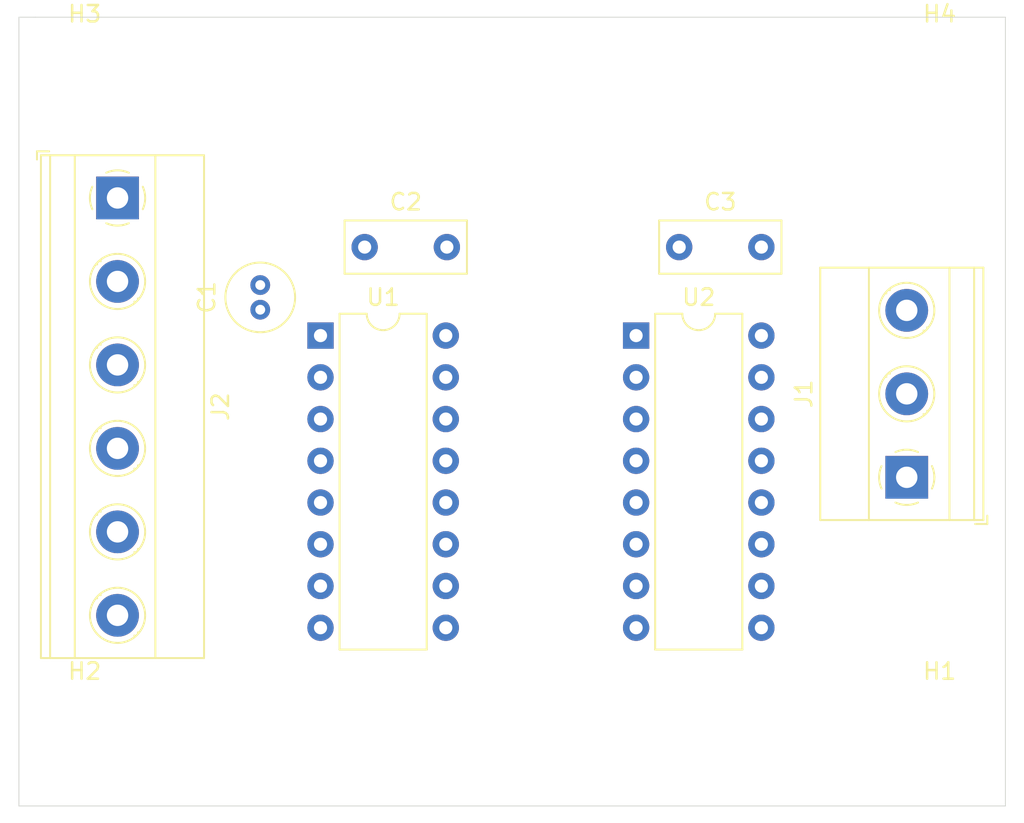
<source format=kicad_pcb>
(kicad_pcb (version 20171130) (host pcbnew "(5.1.9)-1")

  (general
    (thickness 1.6)
    (drawings 5)
    (tracks 0)
    (zones 0)
    (modules 11)
    (nets 1)
  )

  (page A4)
  (layers
    (0 F.Cu signal)
    (31 B.Cu signal)
    (32 B.Adhes user)
    (33 F.Adhes user)
    (34 B.Paste user)
    (35 F.Paste user)
    (36 B.SilkS user)
    (37 F.SilkS user)
    (38 B.Mask user)
    (39 F.Mask user)
    (40 Dwgs.User user)
    (41 Cmts.User user)
    (42 Eco1.User user)
    (43 Eco2.User user)
    (44 Edge.Cuts user)
    (45 Margin user)
    (46 B.CrtYd user)
    (47 F.CrtYd user)
    (48 B.Fab user)
    (49 F.Fab user)
  )

  (setup
    (last_trace_width 0.25)
    (trace_clearance 0.2)
    (zone_clearance 0.508)
    (zone_45_only no)
    (trace_min 0.2)
    (via_size 0.8)
    (via_drill 0.4)
    (via_min_size 0.4)
    (via_min_drill 0.3)
    (uvia_size 0.3)
    (uvia_drill 0.1)
    (uvias_allowed no)
    (uvia_min_size 0.2)
    (uvia_min_drill 0.1)
    (edge_width 0.05)
    (segment_width 0.2)
    (pcb_text_width 0.3)
    (pcb_text_size 1.5 1.5)
    (mod_edge_width 0.12)
    (mod_text_size 1 1)
    (mod_text_width 0.15)
    (pad_size 1.524 1.524)
    (pad_drill 0.762)
    (pad_to_mask_clearance 0)
    (aux_axis_origin 0 0)
    (visible_elements 7FFFFFFF)
    (pcbplotparams
      (layerselection 0x010fc_ffffffff)
      (usegerberextensions false)
      (usegerberattributes true)
      (usegerberadvancedattributes true)
      (creategerberjobfile true)
      (excludeedgelayer true)
      (linewidth 0.100000)
      (plotframeref false)
      (viasonmask false)
      (mode 1)
      (useauxorigin false)
      (hpglpennumber 1)
      (hpglpenspeed 20)
      (hpglpendiameter 15.000000)
      (psnegative false)
      (psa4output false)
      (plotreference true)
      (plotvalue true)
      (plotinvisibletext false)
      (padsonsilk false)
      (subtractmaskfromsilk false)
      (outputformat 1)
      (mirror false)
      (drillshape 1)
      (scaleselection 1)
      (outputdirectory ""))
  )

  (net 0 "")

  (net_class Default "This is the default net class."
    (clearance 0.2)
    (trace_width 0.25)
    (via_dia 0.8)
    (via_drill 0.4)
    (uvia_dia 0.3)
    (uvia_drill 0.1)
  )

  (module MountingHole:MountingHole_3.2mm_M3 (layer F.Cu) (tedit 56D1B4CB) (tstamp 60185195)
    (at 96 77)
    (descr "Mounting Hole 3.2mm, no annular, M3")
    (tags "mounting hole 3.2mm no annular m3")
    (path /60185B85)
    (attr virtual)
    (fp_text reference H2 (at 0 -4.2) (layer F.SilkS)
      (effects (font (size 1 1) (thickness 0.15)))
    )
    (fp_text value MountingHole (at 0 4.2) (layer F.Fab)
      (effects (font (size 1 1) (thickness 0.15)))
    )
    (fp_text user %R (at 0.3 0) (layer F.Fab)
      (effects (font (size 1 1) (thickness 0.15)))
    )
    (fp_circle (center 0 0) (end 3.2 0) (layer Cmts.User) (width 0.15))
    (fp_circle (center 0 0) (end 3.45 0) (layer F.CrtYd) (width 0.05))
    (pad 1 np_thru_hole circle (at 0 0) (size 3.2 3.2) (drill 3.2) (layers *.Cu *.Mask))
  )

  (module Capacitor_THT:C_Radial_D4.0mm_H7.0mm_P1.50mm (layer F.Cu) (tedit 5BC5C9B9) (tstamp 600FC68F)
    (at 106.68 50.8 90)
    (descr "C, Radial series, Radial, pin pitch=1.50mm, diameter=4mm, height=7mm, Non-Polar Electrolytic Capacitor")
    (tags "C Radial series Radial pin pitch 1.50mm diameter 4mm height 7mm Non-Polar Electrolytic Capacitor")
    (path /60117679)
    (fp_text reference C1 (at 0.75 -3.25 90) (layer F.SilkS)
      (effects (font (size 1 1) (thickness 0.15)))
    )
    (fp_text value CAP (at 0.75 3.25 90) (layer F.Fab)
      (effects (font (size 1 1) (thickness 0.15)))
    )
    (fp_circle (center 0.75 0) (end 2.75 0) (layer F.Fab) (width 0.1))
    (fp_circle (center 0.75 0) (end 2.87 0) (layer F.SilkS) (width 0.12))
    (fp_circle (center 0.75 0) (end 3 0) (layer F.CrtYd) (width 0.05))
    (fp_text user %R (at 0.75 0 90) (layer F.Fab)
      (effects (font (size 0.8 0.8) (thickness 0.12)))
    )
    (pad 1 thru_hole circle (at 0 0 90) (size 1.2 1.2) (drill 0.6) (layers *.Cu *.Mask))
    (pad 2 thru_hole circle (at 1.5 0 90) (size 1.2 1.2) (drill 0.6) (layers *.Cu *.Mask))
    (model ${KISYS3DMOD}/Capacitor_THT.3dshapes/C_Radial_D4.0mm_H7.0mm_P1.50mm.wrl
      (at (xyz 0 0 0))
      (scale (xyz 1 1 1))
      (rotate (xyz 0 0 0))
    )
  )

  (module Capacitor_THT:C_Rect_L7.2mm_W3.0mm_P5.00mm_FKS2_FKP2_MKS2_MKP2 (layer F.Cu) (tedit 5AE50EF0) (tstamp 600FC6A2)
    (at 113.03 46.99)
    (descr "C, Rect series, Radial, pin pitch=5.00mm, , length*width=7.2*3.0mm^2, Capacitor, http://www.wima.com/EN/WIMA_FKS_2.pdf")
    (tags "C Rect series Radial pin pitch 5.00mm  length 7.2mm width 3.0mm Capacitor")
    (path /60118DCB)
    (fp_text reference C2 (at 2.5 -2.75) (layer F.SilkS)
      (effects (font (size 1 1) (thickness 0.15)))
    )
    (fp_text value CAP (at 2.5 2.75) (layer F.Fab)
      (effects (font (size 1 1) (thickness 0.15)))
    )
    (fp_line (start -1.1 -1.5) (end -1.1 1.5) (layer F.Fab) (width 0.1))
    (fp_line (start -1.1 1.5) (end 6.1 1.5) (layer F.Fab) (width 0.1))
    (fp_line (start 6.1 1.5) (end 6.1 -1.5) (layer F.Fab) (width 0.1))
    (fp_line (start 6.1 -1.5) (end -1.1 -1.5) (layer F.Fab) (width 0.1))
    (fp_line (start -1.22 -1.62) (end 6.22 -1.62) (layer F.SilkS) (width 0.12))
    (fp_line (start -1.22 1.62) (end 6.22 1.62) (layer F.SilkS) (width 0.12))
    (fp_line (start -1.22 -1.62) (end -1.22 1.62) (layer F.SilkS) (width 0.12))
    (fp_line (start 6.22 -1.62) (end 6.22 1.62) (layer F.SilkS) (width 0.12))
    (fp_line (start -1.35 -1.75) (end -1.35 1.75) (layer F.CrtYd) (width 0.05))
    (fp_line (start -1.35 1.75) (end 6.35 1.75) (layer F.CrtYd) (width 0.05))
    (fp_line (start 6.35 1.75) (end 6.35 -1.75) (layer F.CrtYd) (width 0.05))
    (fp_line (start 6.35 -1.75) (end -1.35 -1.75) (layer F.CrtYd) (width 0.05))
    (fp_text user %R (at 2.5 0) (layer F.Fab)
      (effects (font (size 1 1) (thickness 0.15)))
    )
    (pad 1 thru_hole circle (at 0 0) (size 1.6 1.6) (drill 0.8) (layers *.Cu *.Mask))
    (pad 2 thru_hole circle (at 5 0) (size 1.6 1.6) (drill 0.8) (layers *.Cu *.Mask))
    (model ${KISYS3DMOD}/Capacitor_THT.3dshapes/C_Rect_L7.2mm_W3.0mm_P5.00mm_FKS2_FKP2_MKS2_MKP2.wrl
      (at (xyz 0 0 0))
      (scale (xyz 1 1 1))
      (rotate (xyz 0 0 0))
    )
  )

  (module Capacitor_THT:C_Rect_L7.2mm_W3.0mm_P5.00mm_FKS2_FKP2_MKS2_MKP2 (layer F.Cu) (tedit 5AE50EF0) (tstamp 600FC6B5)
    (at 132.16 46.99)
    (descr "C, Rect series, Radial, pin pitch=5.00mm, , length*width=7.2*3.0mm^2, Capacitor, http://www.wima.com/EN/WIMA_FKS_2.pdf")
    (tags "C Rect series Radial pin pitch 5.00mm  length 7.2mm width 3.0mm Capacitor")
    (path /60118FD5)
    (fp_text reference C3 (at 2.5 -2.75) (layer F.SilkS)
      (effects (font (size 1 1) (thickness 0.15)))
    )
    (fp_text value CAP (at 2.5 2.75) (layer F.Fab)
      (effects (font (size 1 1) (thickness 0.15)))
    )
    (fp_line (start 6.35 -1.75) (end -1.35 -1.75) (layer F.CrtYd) (width 0.05))
    (fp_line (start 6.35 1.75) (end 6.35 -1.75) (layer F.CrtYd) (width 0.05))
    (fp_line (start -1.35 1.75) (end 6.35 1.75) (layer F.CrtYd) (width 0.05))
    (fp_line (start -1.35 -1.75) (end -1.35 1.75) (layer F.CrtYd) (width 0.05))
    (fp_line (start 6.22 -1.62) (end 6.22 1.62) (layer F.SilkS) (width 0.12))
    (fp_line (start -1.22 -1.62) (end -1.22 1.62) (layer F.SilkS) (width 0.12))
    (fp_line (start -1.22 1.62) (end 6.22 1.62) (layer F.SilkS) (width 0.12))
    (fp_line (start -1.22 -1.62) (end 6.22 -1.62) (layer F.SilkS) (width 0.12))
    (fp_line (start 6.1 -1.5) (end -1.1 -1.5) (layer F.Fab) (width 0.1))
    (fp_line (start 6.1 1.5) (end 6.1 -1.5) (layer F.Fab) (width 0.1))
    (fp_line (start -1.1 1.5) (end 6.1 1.5) (layer F.Fab) (width 0.1))
    (fp_line (start -1.1 -1.5) (end -1.1 1.5) (layer F.Fab) (width 0.1))
    (fp_text user %R (at 2.5 0) (layer F.Fab)
      (effects (font (size 1 1) (thickness 0.15)))
    )
    (pad 2 thru_hole circle (at 5 0) (size 1.6 1.6) (drill 0.8) (layers *.Cu *.Mask))
    (pad 1 thru_hole circle (at 0 0) (size 1.6 1.6) (drill 0.8) (layers *.Cu *.Mask))
    (model ${KISYS3DMOD}/Capacitor_THT.3dshapes/C_Rect_L7.2mm_W3.0mm_P5.00mm_FKS2_FKP2_MKS2_MKP2.wrl
      (at (xyz 0 0 0))
      (scale (xyz 1 1 1))
      (rotate (xyz 0 0 0))
    )
  )

  (module Package_DIP:DIP-16_W7.62mm (layer F.Cu) (tedit 5A02E8C5) (tstamp 600FC72F)
    (at 110.345001 52.375001)
    (descr "16-lead though-hole mounted DIP package, row spacing 7.62 mm (300 mils)")
    (tags "THT DIP DIL PDIP 2.54mm 7.62mm 300mil")
    (path /60114B69)
    (fp_text reference U1 (at 3.81 -2.33) (layer F.SilkS)
      (effects (font (size 1 1) (thickness 0.15)))
    )
    (fp_text value 74HCT137 (at 3.81 20.11) (layer F.Fab)
      (effects (font (size 1 1) (thickness 0.15)))
    )
    (fp_line (start 1.635 -1.27) (end 6.985 -1.27) (layer F.Fab) (width 0.1))
    (fp_line (start 6.985 -1.27) (end 6.985 19.05) (layer F.Fab) (width 0.1))
    (fp_line (start 6.985 19.05) (end 0.635 19.05) (layer F.Fab) (width 0.1))
    (fp_line (start 0.635 19.05) (end 0.635 -0.27) (layer F.Fab) (width 0.1))
    (fp_line (start 0.635 -0.27) (end 1.635 -1.27) (layer F.Fab) (width 0.1))
    (fp_line (start 2.81 -1.33) (end 1.16 -1.33) (layer F.SilkS) (width 0.12))
    (fp_line (start 1.16 -1.33) (end 1.16 19.11) (layer F.SilkS) (width 0.12))
    (fp_line (start 1.16 19.11) (end 6.46 19.11) (layer F.SilkS) (width 0.12))
    (fp_line (start 6.46 19.11) (end 6.46 -1.33) (layer F.SilkS) (width 0.12))
    (fp_line (start 6.46 -1.33) (end 4.81 -1.33) (layer F.SilkS) (width 0.12))
    (fp_line (start -1.1 -1.55) (end -1.1 19.3) (layer F.CrtYd) (width 0.05))
    (fp_line (start -1.1 19.3) (end 8.7 19.3) (layer F.CrtYd) (width 0.05))
    (fp_line (start 8.7 19.3) (end 8.7 -1.55) (layer F.CrtYd) (width 0.05))
    (fp_line (start 8.7 -1.55) (end -1.1 -1.55) (layer F.CrtYd) (width 0.05))
    (fp_arc (start 3.81 -1.33) (end 2.81 -1.33) (angle -180) (layer F.SilkS) (width 0.12))
    (fp_text user %R (at 3.81 8.89) (layer F.Fab)
      (effects (font (size 1 1) (thickness 0.15)))
    )
    (pad 1 thru_hole rect (at 0 0) (size 1.6 1.6) (drill 0.8) (layers *.Cu *.Mask))
    (pad 9 thru_hole oval (at 7.62 17.78) (size 1.6 1.6) (drill 0.8) (layers *.Cu *.Mask))
    (pad 2 thru_hole oval (at 0 2.54) (size 1.6 1.6) (drill 0.8) (layers *.Cu *.Mask))
    (pad 10 thru_hole oval (at 7.62 15.24) (size 1.6 1.6) (drill 0.8) (layers *.Cu *.Mask))
    (pad 3 thru_hole oval (at 0 5.08) (size 1.6 1.6) (drill 0.8) (layers *.Cu *.Mask))
    (pad 11 thru_hole oval (at 7.62 12.7) (size 1.6 1.6) (drill 0.8) (layers *.Cu *.Mask))
    (pad 4 thru_hole oval (at 0 7.62) (size 1.6 1.6) (drill 0.8) (layers *.Cu *.Mask))
    (pad 12 thru_hole oval (at 7.62 10.16) (size 1.6 1.6) (drill 0.8) (layers *.Cu *.Mask))
    (pad 5 thru_hole oval (at 0 10.16) (size 1.6 1.6) (drill 0.8) (layers *.Cu *.Mask))
    (pad 13 thru_hole oval (at 7.62 7.62) (size 1.6 1.6) (drill 0.8) (layers *.Cu *.Mask))
    (pad 6 thru_hole oval (at 0 12.7) (size 1.6 1.6) (drill 0.8) (layers *.Cu *.Mask))
    (pad 14 thru_hole oval (at 7.62 5.08) (size 1.6 1.6) (drill 0.8) (layers *.Cu *.Mask))
    (pad 7 thru_hole oval (at 0 15.24) (size 1.6 1.6) (drill 0.8) (layers *.Cu *.Mask))
    (pad 15 thru_hole oval (at 7.62 2.54) (size 1.6 1.6) (drill 0.8) (layers *.Cu *.Mask))
    (pad 8 thru_hole oval (at 0 17.78) (size 1.6 1.6) (drill 0.8) (layers *.Cu *.Mask))
    (pad 16 thru_hole oval (at 7.62 0) (size 1.6 1.6) (drill 0.8) (layers *.Cu *.Mask))
    (model ${KISYS3DMOD}/Package_DIP.3dshapes/DIP-16_W7.62mm.wrl
      (at (xyz 0 0 0))
      (scale (xyz 1 1 1))
      (rotate (xyz 0 0 0))
    )
  )

  (module Package_DIP:DIP-16_W7.62mm (layer F.Cu) (tedit 5A02E8C5) (tstamp 600FC753)
    (at 129.54 52.375001)
    (descr "16-lead though-hole mounted DIP package, row spacing 7.62 mm (300 mils)")
    (tags "THT DIP DIL PDIP 2.54mm 7.62mm 300mil")
    (path /60117436)
    (fp_text reference U2 (at 3.81 -2.33) (layer F.SilkS)
      (effects (font (size 1 1) (thickness 0.15)))
    )
    (fp_text value 74HCT137 (at 3.81 20.11) (layer F.Fab)
      (effects (font (size 1 1) (thickness 0.15)))
    )
    (fp_line (start 8.7 -1.55) (end -1.1 -1.55) (layer F.CrtYd) (width 0.05))
    (fp_line (start 8.7 19.3) (end 8.7 -1.55) (layer F.CrtYd) (width 0.05))
    (fp_line (start -1.1 19.3) (end 8.7 19.3) (layer F.CrtYd) (width 0.05))
    (fp_line (start -1.1 -1.55) (end -1.1 19.3) (layer F.CrtYd) (width 0.05))
    (fp_line (start 6.46 -1.33) (end 4.81 -1.33) (layer F.SilkS) (width 0.12))
    (fp_line (start 6.46 19.11) (end 6.46 -1.33) (layer F.SilkS) (width 0.12))
    (fp_line (start 1.16 19.11) (end 6.46 19.11) (layer F.SilkS) (width 0.12))
    (fp_line (start 1.16 -1.33) (end 1.16 19.11) (layer F.SilkS) (width 0.12))
    (fp_line (start 2.81 -1.33) (end 1.16 -1.33) (layer F.SilkS) (width 0.12))
    (fp_line (start 0.635 -0.27) (end 1.635 -1.27) (layer F.Fab) (width 0.1))
    (fp_line (start 0.635 19.05) (end 0.635 -0.27) (layer F.Fab) (width 0.1))
    (fp_line (start 6.985 19.05) (end 0.635 19.05) (layer F.Fab) (width 0.1))
    (fp_line (start 6.985 -1.27) (end 6.985 19.05) (layer F.Fab) (width 0.1))
    (fp_line (start 1.635 -1.27) (end 6.985 -1.27) (layer F.Fab) (width 0.1))
    (fp_text user %R (at 3.81 8.89) (layer F.Fab)
      (effects (font (size 1 1) (thickness 0.15)))
    )
    (fp_arc (start 3.81 -1.33) (end 2.81 -1.33) (angle -180) (layer F.SilkS) (width 0.12))
    (pad 16 thru_hole oval (at 7.62 0) (size 1.6 1.6) (drill 0.8) (layers *.Cu *.Mask))
    (pad 8 thru_hole oval (at 0 17.78) (size 1.6 1.6) (drill 0.8) (layers *.Cu *.Mask))
    (pad 15 thru_hole oval (at 7.62 2.54) (size 1.6 1.6) (drill 0.8) (layers *.Cu *.Mask))
    (pad 7 thru_hole oval (at 0 15.24) (size 1.6 1.6) (drill 0.8) (layers *.Cu *.Mask))
    (pad 14 thru_hole oval (at 7.62 5.08) (size 1.6 1.6) (drill 0.8) (layers *.Cu *.Mask))
    (pad 6 thru_hole oval (at 0 12.7) (size 1.6 1.6) (drill 0.8) (layers *.Cu *.Mask))
    (pad 13 thru_hole oval (at 7.62 7.62) (size 1.6 1.6) (drill 0.8) (layers *.Cu *.Mask))
    (pad 5 thru_hole oval (at 0 10.16) (size 1.6 1.6) (drill 0.8) (layers *.Cu *.Mask))
    (pad 12 thru_hole oval (at 7.62 10.16) (size 1.6 1.6) (drill 0.8) (layers *.Cu *.Mask))
    (pad 4 thru_hole oval (at 0 7.62) (size 1.6 1.6) (drill 0.8) (layers *.Cu *.Mask))
    (pad 11 thru_hole oval (at 7.62 12.7) (size 1.6 1.6) (drill 0.8) (layers *.Cu *.Mask))
    (pad 3 thru_hole oval (at 0 5.08) (size 1.6 1.6) (drill 0.8) (layers *.Cu *.Mask))
    (pad 10 thru_hole oval (at 7.62 15.24) (size 1.6 1.6) (drill 0.8) (layers *.Cu *.Mask))
    (pad 2 thru_hole oval (at 0 2.54) (size 1.6 1.6) (drill 0.8) (layers *.Cu *.Mask))
    (pad 9 thru_hole oval (at 7.62 17.78) (size 1.6 1.6) (drill 0.8) (layers *.Cu *.Mask))
    (pad 1 thru_hole rect (at 0 0) (size 1.6 1.6) (drill 0.8) (layers *.Cu *.Mask))
    (model ${KISYS3DMOD}/Package_DIP.3dshapes/DIP-16_W7.62mm.wrl
      (at (xyz 0 0 0))
      (scale (xyz 1 1 1))
      (rotate (xyz 0 0 0))
    )
  )

  (module MountingHole:MountingHole_3.2mm_M3 (layer F.Cu) (tedit 56D1B4CB) (tstamp 6018518D)
    (at 148 77)
    (descr "Mounting Hole 3.2mm, no annular, M3")
    (tags "mounting hole 3.2mm no annular m3")
    (path /6018503D)
    (attr virtual)
    (fp_text reference H1 (at 0 -4.2) (layer F.SilkS)
      (effects (font (size 1 1) (thickness 0.15)))
    )
    (fp_text value MountingHole (at 0 4.2) (layer F.Fab)
      (effects (font (size 1 1) (thickness 0.15)))
    )
    (fp_circle (center 0 0) (end 3.45 0) (layer F.CrtYd) (width 0.05))
    (fp_circle (center 0 0) (end 3.2 0) (layer Cmts.User) (width 0.15))
    (fp_text user %R (at 0.3 0) (layer F.Fab)
      (effects (font (size 1 1) (thickness 0.15)))
    )
    (pad 1 np_thru_hole circle (at 0 0) (size 3.2 3.2) (drill 3.2) (layers *.Cu *.Mask))
  )

  (module MountingHole:MountingHole_3.2mm_M3 (layer F.Cu) (tedit 56D1B4CB) (tstamp 6018519D)
    (at 96 37)
    (descr "Mounting Hole 3.2mm, no annular, M3")
    (tags "mounting hole 3.2mm no annular m3")
    (path /60185D9A)
    (attr virtual)
    (fp_text reference H3 (at 0 -4.2) (layer F.SilkS)
      (effects (font (size 1 1) (thickness 0.15)))
    )
    (fp_text value MountingHole (at 0 4.2) (layer F.Fab)
      (effects (font (size 1 1) (thickness 0.15)))
    )
    (fp_circle (center 0 0) (end 3.45 0) (layer F.CrtYd) (width 0.05))
    (fp_circle (center 0 0) (end 3.2 0) (layer Cmts.User) (width 0.15))
    (fp_text user %R (at 0.3 0) (layer F.Fab)
      (effects (font (size 1 1) (thickness 0.15)))
    )
    (pad 1 np_thru_hole circle (at 0 0) (size 3.2 3.2) (drill 3.2) (layers *.Cu *.Mask))
  )

  (module MountingHole:MountingHole_3.2mm_M3 (layer F.Cu) (tedit 56D1B4CB) (tstamp 601851A5)
    (at 148 37)
    (descr "Mounting Hole 3.2mm, no annular, M3")
    (tags "mounting hole 3.2mm no annular m3")
    (path /601860E5)
    (attr virtual)
    (fp_text reference H4 (at 0 -4.2) (layer F.SilkS)
      (effects (font (size 1 1) (thickness 0.15)))
    )
    (fp_text value MountingHole (at 0 4.2) (layer F.Fab)
      (effects (font (size 1 1) (thickness 0.15)))
    )
    (fp_text user %R (at 0.3 0) (layer F.Fab)
      (effects (font (size 1 1) (thickness 0.15)))
    )
    (fp_circle (center 0 0) (end 3.2 0) (layer Cmts.User) (width 0.15))
    (fp_circle (center 0 0) (end 3.45 0) (layer F.CrtYd) (width 0.05))
    (pad 1 np_thru_hole circle (at 0 0) (size 3.2 3.2) (drill 3.2) (layers *.Cu *.Mask))
  )

  (module TerminalBlock_Phoenix:TerminalBlock_Phoenix_MKDS-1,5-3-5.08_1x03_P5.08mm_Horizontal (layer F.Cu) (tedit 5B294EBC) (tstamp 601851DA)
    (at 146 61 90)
    (descr "Terminal Block Phoenix MKDS-1,5-3-5.08, 3 pins, pitch 5.08mm, size 15.2x9.8mm^2, drill diamater 1.3mm, pad diameter 2.6mm, see http://www.farnell.com/datasheets/100425.pdf, script-generated using https://github.com/pointhi/kicad-footprint-generator/scripts/TerminalBlock_Phoenix")
    (tags "THT Terminal Block Phoenix MKDS-1,5-3-5.08 pitch 5.08mm size 15.2x9.8mm^2 drill 1.3mm pad 2.6mm")
    (path /601866AE)
    (fp_text reference J1 (at 5.08 -6.26 90) (layer F.SilkS)
      (effects (font (size 1 1) (thickness 0.15)))
    )
    (fp_text value Screw_Terminal_01x03 (at 5.08 5.66 90) (layer F.Fab)
      (effects (font (size 1 1) (thickness 0.15)))
    )
    (fp_line (start 13.21 -5.71) (end -3.04 -5.71) (layer F.CrtYd) (width 0.05))
    (fp_line (start 13.21 5.1) (end 13.21 -5.71) (layer F.CrtYd) (width 0.05))
    (fp_line (start -3.04 5.1) (end 13.21 5.1) (layer F.CrtYd) (width 0.05))
    (fp_line (start -3.04 -5.71) (end -3.04 5.1) (layer F.CrtYd) (width 0.05))
    (fp_line (start -2.84 4.9) (end -2.34 4.9) (layer F.SilkS) (width 0.12))
    (fp_line (start -2.84 4.16) (end -2.84 4.9) (layer F.SilkS) (width 0.12))
    (fp_line (start 8.933 1.023) (end 8.886 1.069) (layer F.SilkS) (width 0.12))
    (fp_line (start 11.23 -1.275) (end 11.195 -1.239) (layer F.SilkS) (width 0.12))
    (fp_line (start 9.126 1.239) (end 9.091 1.274) (layer F.SilkS) (width 0.12))
    (fp_line (start 11.435 -1.069) (end 11.388 -1.023) (layer F.SilkS) (width 0.12))
    (fp_line (start 11.115 -1.138) (end 9.023 0.955) (layer F.Fab) (width 0.1))
    (fp_line (start 11.298 -0.955) (end 9.206 1.138) (layer F.Fab) (width 0.1))
    (fp_line (start 3.853 1.023) (end 3.806 1.069) (layer F.SilkS) (width 0.12))
    (fp_line (start 6.15 -1.275) (end 6.115 -1.239) (layer F.SilkS) (width 0.12))
    (fp_line (start 4.046 1.239) (end 4.011 1.274) (layer F.SilkS) (width 0.12))
    (fp_line (start 6.355 -1.069) (end 6.308 -1.023) (layer F.SilkS) (width 0.12))
    (fp_line (start 6.035 -1.138) (end 3.943 0.955) (layer F.Fab) (width 0.1))
    (fp_line (start 6.218 -0.955) (end 4.126 1.138) (layer F.Fab) (width 0.1))
    (fp_line (start 0.955 -1.138) (end -1.138 0.955) (layer F.Fab) (width 0.1))
    (fp_line (start 1.138 -0.955) (end -0.955 1.138) (layer F.Fab) (width 0.1))
    (fp_line (start 12.76 -5.261) (end 12.76 4.66) (layer F.SilkS) (width 0.12))
    (fp_line (start -2.6 -5.261) (end -2.6 4.66) (layer F.SilkS) (width 0.12))
    (fp_line (start -2.6 4.66) (end 12.76 4.66) (layer F.SilkS) (width 0.12))
    (fp_line (start -2.6 -5.261) (end 12.76 -5.261) (layer F.SilkS) (width 0.12))
    (fp_line (start -2.6 -2.301) (end 12.76 -2.301) (layer F.SilkS) (width 0.12))
    (fp_line (start -2.54 -2.3) (end 12.7 -2.3) (layer F.Fab) (width 0.1))
    (fp_line (start -2.6 2.6) (end 12.76 2.6) (layer F.SilkS) (width 0.12))
    (fp_line (start -2.54 2.6) (end 12.7 2.6) (layer F.Fab) (width 0.1))
    (fp_line (start -2.6 4.1) (end 12.76 4.1) (layer F.SilkS) (width 0.12))
    (fp_line (start -2.54 4.1) (end 12.7 4.1) (layer F.Fab) (width 0.1))
    (fp_line (start -2.54 4.1) (end -2.54 -5.2) (layer F.Fab) (width 0.1))
    (fp_line (start -2.04 4.6) (end -2.54 4.1) (layer F.Fab) (width 0.1))
    (fp_line (start 12.7 4.6) (end -2.04 4.6) (layer F.Fab) (width 0.1))
    (fp_line (start 12.7 -5.2) (end 12.7 4.6) (layer F.Fab) (width 0.1))
    (fp_line (start -2.54 -5.2) (end 12.7 -5.2) (layer F.Fab) (width 0.1))
    (fp_circle (center 10.16 0) (end 11.84 0) (layer F.SilkS) (width 0.12))
    (fp_circle (center 10.16 0) (end 11.66 0) (layer F.Fab) (width 0.1))
    (fp_circle (center 5.08 0) (end 6.76 0) (layer F.SilkS) (width 0.12))
    (fp_circle (center 5.08 0) (end 6.58 0) (layer F.Fab) (width 0.1))
    (fp_circle (center 0 0) (end 1.5 0) (layer F.Fab) (width 0.1))
    (fp_arc (start 0 0) (end 0 1.68) (angle -24) (layer F.SilkS) (width 0.12))
    (fp_arc (start 0 0) (end 1.535 0.684) (angle -48) (layer F.SilkS) (width 0.12))
    (fp_arc (start 0 0) (end 0.684 -1.535) (angle -48) (layer F.SilkS) (width 0.12))
    (fp_arc (start 0 0) (end -1.535 -0.684) (angle -48) (layer F.SilkS) (width 0.12))
    (fp_arc (start 0 0) (end -0.684 1.535) (angle -25) (layer F.SilkS) (width 0.12))
    (fp_text user %R (at 5.08 3.2 90) (layer F.Fab)
      (effects (font (size 1 1) (thickness 0.15)))
    )
    (pad 1 thru_hole rect (at 0 0 90) (size 2.6 2.6) (drill 1.3) (layers *.Cu *.Mask))
    (pad 2 thru_hole circle (at 5.08 0 90) (size 2.6 2.6) (drill 1.3) (layers *.Cu *.Mask))
    (pad 3 thru_hole circle (at 10.16 0 90) (size 2.6 2.6) (drill 1.3) (layers *.Cu *.Mask))
    (model ${KISYS3DMOD}/TerminalBlock_Phoenix.3dshapes/TerminalBlock_Phoenix_MKDS-1,5-3-5.08_1x03_P5.08mm_Horizontal.wrl
      (at (xyz 0 0 0))
      (scale (xyz 1 1 1))
      (rotate (xyz 0 0 0))
    )
  )

  (module TerminalBlock_Phoenix:TerminalBlock_Phoenix_MKDS-1,5-6-5.08_1x06_P5.08mm_Horizontal (layer F.Cu) (tedit 5B294EBE) (tstamp 6018522A)
    (at 98 44 270)
    (descr "Terminal Block Phoenix MKDS-1,5-6-5.08, 6 pins, pitch 5.08mm, size 30.5x9.8mm^2, drill diamater 1.3mm, pad diameter 2.6mm, see http://www.farnell.com/datasheets/100425.pdf, script-generated using https://github.com/pointhi/kicad-footprint-generator/scripts/TerminalBlock_Phoenix")
    (tags "THT Terminal Block Phoenix MKDS-1,5-6-5.08 pitch 5.08mm size 30.5x9.8mm^2 drill 1.3mm pad 2.6mm")
    (path /60187519)
    (fp_text reference J2 (at 12.7 -6.26 90) (layer F.SilkS)
      (effects (font (size 1 1) (thickness 0.15)))
    )
    (fp_text value Screw_Terminal_01x06 (at 12.7 5.66 90) (layer F.Fab)
      (effects (font (size 1 1) (thickness 0.15)))
    )
    (fp_line (start 28.44 -5.71) (end -3.04 -5.71) (layer F.CrtYd) (width 0.05))
    (fp_line (start 28.44 5.1) (end 28.44 -5.71) (layer F.CrtYd) (width 0.05))
    (fp_line (start -3.04 5.1) (end 28.44 5.1) (layer F.CrtYd) (width 0.05))
    (fp_line (start -3.04 -5.71) (end -3.04 5.1) (layer F.CrtYd) (width 0.05))
    (fp_line (start -2.84 4.9) (end -2.34 4.9) (layer F.SilkS) (width 0.12))
    (fp_line (start -2.84 4.16) (end -2.84 4.9) (layer F.SilkS) (width 0.12))
    (fp_line (start 24.173 1.023) (end 24.126 1.069) (layer F.SilkS) (width 0.12))
    (fp_line (start 26.47 -1.275) (end 26.435 -1.239) (layer F.SilkS) (width 0.12))
    (fp_line (start 24.366 1.239) (end 24.331 1.274) (layer F.SilkS) (width 0.12))
    (fp_line (start 26.675 -1.069) (end 26.628 -1.023) (layer F.SilkS) (width 0.12))
    (fp_line (start 26.355 -1.138) (end 24.263 0.955) (layer F.Fab) (width 0.1))
    (fp_line (start 26.538 -0.955) (end 24.446 1.138) (layer F.Fab) (width 0.1))
    (fp_line (start 19.093 1.023) (end 19.046 1.069) (layer F.SilkS) (width 0.12))
    (fp_line (start 21.39 -1.275) (end 21.355 -1.239) (layer F.SilkS) (width 0.12))
    (fp_line (start 19.286 1.239) (end 19.251 1.274) (layer F.SilkS) (width 0.12))
    (fp_line (start 21.595 -1.069) (end 21.548 -1.023) (layer F.SilkS) (width 0.12))
    (fp_line (start 21.275 -1.138) (end 19.183 0.955) (layer F.Fab) (width 0.1))
    (fp_line (start 21.458 -0.955) (end 19.366 1.138) (layer F.Fab) (width 0.1))
    (fp_line (start 14.013 1.023) (end 13.966 1.069) (layer F.SilkS) (width 0.12))
    (fp_line (start 16.31 -1.275) (end 16.275 -1.239) (layer F.SilkS) (width 0.12))
    (fp_line (start 14.206 1.239) (end 14.171 1.274) (layer F.SilkS) (width 0.12))
    (fp_line (start 16.515 -1.069) (end 16.468 -1.023) (layer F.SilkS) (width 0.12))
    (fp_line (start 16.195 -1.138) (end 14.103 0.955) (layer F.Fab) (width 0.1))
    (fp_line (start 16.378 -0.955) (end 14.286 1.138) (layer F.Fab) (width 0.1))
    (fp_line (start 8.933 1.023) (end 8.886 1.069) (layer F.SilkS) (width 0.12))
    (fp_line (start 11.23 -1.275) (end 11.195 -1.239) (layer F.SilkS) (width 0.12))
    (fp_line (start 9.126 1.239) (end 9.091 1.274) (layer F.SilkS) (width 0.12))
    (fp_line (start 11.435 -1.069) (end 11.388 -1.023) (layer F.SilkS) (width 0.12))
    (fp_line (start 11.115 -1.138) (end 9.023 0.955) (layer F.Fab) (width 0.1))
    (fp_line (start 11.298 -0.955) (end 9.206 1.138) (layer F.Fab) (width 0.1))
    (fp_line (start 3.853 1.023) (end 3.806 1.069) (layer F.SilkS) (width 0.12))
    (fp_line (start 6.15 -1.275) (end 6.115 -1.239) (layer F.SilkS) (width 0.12))
    (fp_line (start 4.046 1.239) (end 4.011 1.274) (layer F.SilkS) (width 0.12))
    (fp_line (start 6.355 -1.069) (end 6.308 -1.023) (layer F.SilkS) (width 0.12))
    (fp_line (start 6.035 -1.138) (end 3.943 0.955) (layer F.Fab) (width 0.1))
    (fp_line (start 6.218 -0.955) (end 4.126 1.138) (layer F.Fab) (width 0.1))
    (fp_line (start 0.955 -1.138) (end -1.138 0.955) (layer F.Fab) (width 0.1))
    (fp_line (start 1.138 -0.955) (end -0.955 1.138) (layer F.Fab) (width 0.1))
    (fp_line (start 28 -5.261) (end 28 4.66) (layer F.SilkS) (width 0.12))
    (fp_line (start -2.6 -5.261) (end -2.6 4.66) (layer F.SilkS) (width 0.12))
    (fp_line (start -2.6 4.66) (end 28 4.66) (layer F.SilkS) (width 0.12))
    (fp_line (start -2.6 -5.261) (end 28 -5.261) (layer F.SilkS) (width 0.12))
    (fp_line (start -2.6 -2.301) (end 28 -2.301) (layer F.SilkS) (width 0.12))
    (fp_line (start -2.54 -2.3) (end 27.94 -2.3) (layer F.Fab) (width 0.1))
    (fp_line (start -2.6 2.6) (end 28 2.6) (layer F.SilkS) (width 0.12))
    (fp_line (start -2.54 2.6) (end 27.94 2.6) (layer F.Fab) (width 0.1))
    (fp_line (start -2.6 4.1) (end 28 4.1) (layer F.SilkS) (width 0.12))
    (fp_line (start -2.54 4.1) (end 27.94 4.1) (layer F.Fab) (width 0.1))
    (fp_line (start -2.54 4.1) (end -2.54 -5.2) (layer F.Fab) (width 0.1))
    (fp_line (start -2.04 4.6) (end -2.54 4.1) (layer F.Fab) (width 0.1))
    (fp_line (start 27.94 4.6) (end -2.04 4.6) (layer F.Fab) (width 0.1))
    (fp_line (start 27.94 -5.2) (end 27.94 4.6) (layer F.Fab) (width 0.1))
    (fp_line (start -2.54 -5.2) (end 27.94 -5.2) (layer F.Fab) (width 0.1))
    (fp_circle (center 25.4 0) (end 27.08 0) (layer F.SilkS) (width 0.12))
    (fp_circle (center 25.4 0) (end 26.9 0) (layer F.Fab) (width 0.1))
    (fp_circle (center 20.32 0) (end 22 0) (layer F.SilkS) (width 0.12))
    (fp_circle (center 20.32 0) (end 21.82 0) (layer F.Fab) (width 0.1))
    (fp_circle (center 15.24 0) (end 16.92 0) (layer F.SilkS) (width 0.12))
    (fp_circle (center 15.24 0) (end 16.74 0) (layer F.Fab) (width 0.1))
    (fp_circle (center 10.16 0) (end 11.84 0) (layer F.SilkS) (width 0.12))
    (fp_circle (center 10.16 0) (end 11.66 0) (layer F.Fab) (width 0.1))
    (fp_circle (center 5.08 0) (end 6.76 0) (layer F.SilkS) (width 0.12))
    (fp_circle (center 5.08 0) (end 6.58 0) (layer F.Fab) (width 0.1))
    (fp_circle (center 0 0) (end 1.5 0) (layer F.Fab) (width 0.1))
    (fp_arc (start 0 0) (end 0 1.68) (angle -24) (layer F.SilkS) (width 0.12))
    (fp_arc (start 0 0) (end 1.535 0.684) (angle -48) (layer F.SilkS) (width 0.12))
    (fp_arc (start 0 0) (end 0.684 -1.535) (angle -48) (layer F.SilkS) (width 0.12))
    (fp_arc (start 0 0) (end -1.535 -0.684) (angle -48) (layer F.SilkS) (width 0.12))
    (fp_arc (start 0 0) (end -0.684 1.535) (angle -25) (layer F.SilkS) (width 0.12))
    (fp_text user %R (at 12.7 3.2 90) (layer F.Fab)
      (effects (font (size 1 1) (thickness 0.15)))
    )
    (pad 1 thru_hole rect (at 0 0 270) (size 2.6 2.6) (drill 1.3) (layers *.Cu *.Mask))
    (pad 2 thru_hole circle (at 5.08 0 270) (size 2.6 2.6) (drill 1.3) (layers *.Cu *.Mask))
    (pad 3 thru_hole circle (at 10.16 0 270) (size 2.6 2.6) (drill 1.3) (layers *.Cu *.Mask))
    (pad 4 thru_hole circle (at 15.24 0 270) (size 2.6 2.6) (drill 1.3) (layers *.Cu *.Mask))
    (pad 5 thru_hole circle (at 20.32 0 270) (size 2.6 2.6) (drill 1.3) (layers *.Cu *.Mask))
    (pad 6 thru_hole circle (at 25.4 0 270) (size 2.6 2.6) (drill 1.3) (layers *.Cu *.Mask))
    (model ${KISYS3DMOD}/TerminalBlock_Phoenix.3dshapes/TerminalBlock_Phoenix_MKDS-1,5-6-5.08_1x06_P5.08mm_Horizontal.wrl
      (at (xyz 0 0 0))
      (scale (xyz 1 1 1))
      (rotate (xyz 0 0 0))
    )
  )

  (gr_line (start 152 33) (end 93 33) (layer Edge.Cuts) (width 0.05) (tstamp 60185812))
  (gr_line (start 152 81) (end 152 33) (layer Edge.Cuts) (width 0.05))
  (gr_line (start 92 81) (end 152 81) (layer Edge.Cuts) (width 0.05))
  (gr_line (start 92 33) (end 92 81) (layer Edge.Cuts) (width 0.05))
  (gr_line (start 93 33) (end 92 33) (layer Edge.Cuts) (width 0.05))

)

</source>
